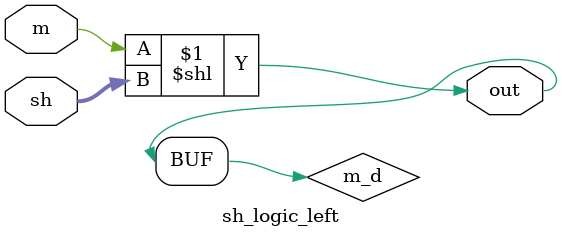
<source format=v>
/*
* This module performs shifting left of the mantisa by given amount
* It also reduce the width of resulting vector from the extended
* size used in mantisa addition to IEEE size. Both sizes
* are parametrized to allow flexibility
*/

module sh_logic_left(m, sh, out);
    parameter WIDTH = 1;
    parameter WIDTH_OUT = 1;

    input [WIDTH-1:0]       m;
    input [4:0]            sh;

    output[WIDTH_OUT-1:0] out;

    wire   [WIDTH-1:0] m_d;

    assign m_d = m << sh;
    assign out = m_d[WIDTH-1:WIDTH-WIDTH_OUT];
endmodule

</source>
